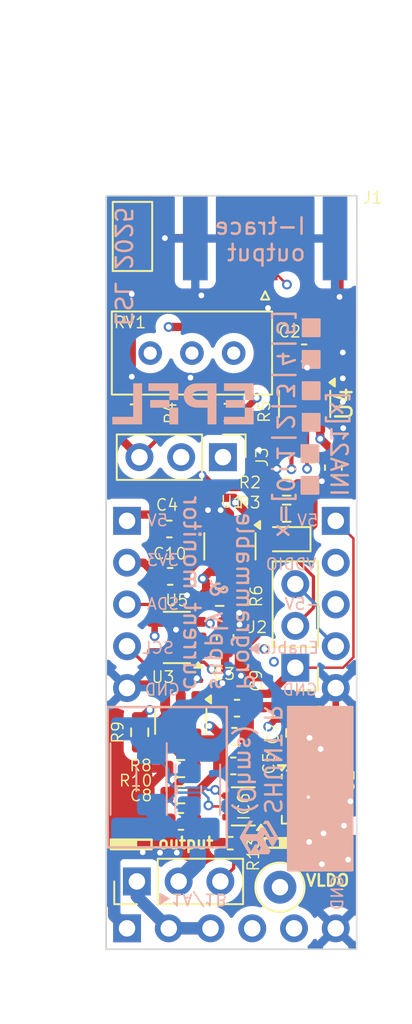
<source format=kicad_pcb>
(kicad_pcb (version 20241229) (generator "pcbnew") (generator_version "9.0")
  (layers (0 "F.Cu" signal) (4 "In1.Cu" signal) (6 "In2.Cu" signal) (2 "B.Cu" signal) (13 "F.Paste" user) (15 "B.Paste" user) (5 "F.SilkS" user "F.Silkscreen") (7 "B.SilkS" user "B.Silkscreen") (1 "F.Mask" user) (3 "B.Mask" user) (25 "Edge.Cuts" user))
  (net 0 "")
  (net 1 "GND")
  (net 2 "3.3V")
  (net 3 "/V_LSL_LDO")
  (net 4 "/5V")
  (net 5 "A3.3V")
  (net 6 "/V_LSL_load")
  (net 7 "/VDDIO")
  (net 8 "/Vout_diff")
  (net 9 "/SCL")
  (net 10 "/-5V")
  (net 11 "/LDO_EN_EXT")
  (net 12 "/SDA")
  (net 13 "/Vout_B")
  (net 14 "Net-(D1-K)")
  (net 15 "Net-(D1-A)")
  (net 16 "/ADC0")
  (net 17 "/V_ldo_feedback")
  (net 18 "/DAC_out")
  (net 19 "Net-(J3-Pin_1)")
  (net 20 "Net-(R5-Pad1)")
  (net 21 "Net-(U2-!RESET)")
  (net 22 "Net-(U3-FB)")
  (net 23 "Net-(U3-EN)")
  (net 29 "Net-(J7-Pin_3)")
  (net 30 "/Shunt-")
  (footprint "Connector_Coaxial:SMA_Amphenol_132289_EdgeMount" (layer "F.Cu") (at 131.725 69.325 90)
    (property "Reference" "J1")
    (property "Value" "Conn_Coaxial" (hide yes))
  )
  (footprint "heep-footprints:chewing-gum-pcb" (layer "F.Cu") (at 122.05 112.52)
    (property "Reference" "CG1" (hide yes))
    (property "Value" "BOARD_CONNECTOR" (hide yes))
    (fp_line (start 0 -27.94) (end 0 0) (stroke (width 0.1)) (layer "Edge.Cuts"))
    (fp_line (start 0 0) (end 15.24 0) (stroke (width 0.1)) (layer "Edge.Cuts"))
    (fp_line (start 15.24 0) (end 15.24 -27.94) (stroke (width 0.1)) (layer "Edge.Cuts"))
  )
  (footprint "Resistor_SMD:R_0603_1608Metric" (layer "F.Cu") (at 123.775 79.93)
    (property "Reference" "R4")
    (property "Value" "48.7k" (hide yes))
  )
  (footprint "Resistor_SMD:R_0603_1608Metric" (layer "F.Cu") (at 133.035 84.43 180)
    (property "Reference" "R2")
    (property "Value" "1k" (hide yes))
  )
  (footprint "Capacitor_SMD:C_0603_1608Metric" (layer "F.Cu") (at 129.785 101.38)
    (property "Reference" "C5")
    (property "Value" "0.1u" (hide yes))
  )
  (footprint "Capacitor_SMD:C_0603_1608Metric" (layer "F.Cu") (at 136.29 99.885 90)
    (property "Reference" "C6")
    (property "Value" "0.1u" (hide yes))
  )
  (footprint "Resistor_SMD:R_0603_1608Metric" (layer "F.Cu") (at 124.09 99.335 90)
    (property "Reference" "R9")
    (property "Value" "10k" (hide yes))
  )
  (footprint "Capacitor_SMD:C_0603_1608Metric" (layer "F.Cu") (at 125.945 89.86)
    (property "Reference" "C10")
    (property "Value" "0.1u" (hide yes))
  )
  (footprint "Package_TO_SOT_SMD:SOT-23-5" (layer "F.Cu") (at 126.59 98.6325 -90)
    (property "Reference" "U3")
    (property "Value" "TLV75801PDBV" (hide yes))
  )
  (footprint "Package_DFN_QFN:Texas_RTE0016D_WQFN-16-1EP_3x3mm_P0.5mm_EP0.8x0.8mm_ThermalVias" (layer "F.Cu") (at 134.35 103.2725)
    (property "Reference" "U2")
    (property "Value" "ADS1219" (hide yes))
  )
  (footprint "Resistor_SMD:R_0603_1608Metric" (layer "F.Cu") (at 133.53 99.375 90)
    (property "Reference" "R7")
    (property "Value" "10k" (hide yes))
  )
  (footprint "Connector_PinHeader_2.54mm:PinHeader_1x03_P2.54mm_Vertical" (layer "F.Cu") (at 133.56 95.41 180)
    (property "Reference" "J2")
    (property "Value" "Conn_01x03")
  )
  (footprint "Capacitor_SMD:C_0603_1608Metric" (layer "F.Cu") (at 129.29 93.565 90)
    (property "Reference" "C3")
    (property "Value" "22u" (hide yes))
  )
  (footprint "Package_TO_SOT_SMD:TSOT-23-6" (layer "F.Cu") (at 134.125 79.375 -90)
    (property "Reference" "U4")
    (property "Value" "MCP4726")
  )
  (footprint "Capacitor_SMD:C_0603_1608Metric" (layer "F.Cu") (at 135.875 83.25 -90)
    (property "Reference" "C1")
    (property "Value" "0.1u" (hide yes))
  )
  (footprint "Capacitor_SMD:C_0603_1608Metric" (layer "F.Cu") (at 134.1 76.275)
    (property "Reference" "C2")
    (property "Value" "0.1u" (hide yes))
  )
  (footprint "Resistor_SMD:R_0603_1608Metric" (layer "F.Cu") (at 128.955 91.13)
    (property "Reference" "R6")
    (property "Value" "46k4" (hide yes))
  )
  (footprint "TestPoint:TestPoint_Keystone_5019_Miniature" (layer "F.Cu") (at 123.65 69.2 90)
    (property "Reference" "TP14" (hide yes))
    (property "Value" "5029")
  )
  (footprint "Package_TO_SOT_SMD:SOT-363_SC-70-6" (layer "F.Cu") (at 130.39 103.84 180)
    (property "Reference" "IC6")
    (property "Value" "INA212AIDCKR" (hide yes))
  )
  (footprint "Resistor_SMD:R_0603_1608Metric" (layer "F.Cu") (at 133.035 86.02)
    (property "Reference" "R3")
    (property "Value" "10k" (hide yes))
  )
  (footprint "Potentiometer_THT:Potentiometer_Bourns_3296W_Vertical" (layer "F.Cu") (at 124.73 76.29 180)
    (property "Reference" "RV1")
    (property "Value" "500K" (hide yes))
  )
  (footprint "Capacitor_SMD:C_0603_1608Metric" (layer "F.Cu") (at 126.6 104.75 180)
    (property "Reference" "C8")
    (property "Value" "0.1u" (hide yes))
  )
  (footprint "LED_SMD:LED_0603_1608Metric" (layer "F.Cu") (at 132.9975 87.6 180)
    (property "Reference" "D1" (hide yes))
    (property "Value" "LED" (hide yes))
  )
  (footprint "Capacitor_SMD:C_0603_1608Metric" (layer "F.Cu") (at 129.85 99.58)
    (property "Reference" "C7")
    (property "Value" "0.1u" (hide yes))
  )
  (footprint "Resistor_SMD:R_0402_1005Metric" (layer "F.Cu") (at 129.6 106.075 180)
    (property "Reference" "R13")
    (property "Value" "1M")
  )
  (footprint "Resistor_SMD:R_0603_1608Metric" (layer "F.Cu") (at 126.57 101.54 180)
    (property "Reference" "R8")
    (property "Value" "20k" (hide yes))
  )
  (footprint "Connector_PinHeader_2.54mm:PinHeader_1x03_P2.54mm_Vertical" (layer "F.Cu") (at 129.155 82.615 -90)
    (property "Reference" "J3")
    (property "Value" "Conn_01x03")
  )
  (footprint "TestPoint:TestPoint_Loop_D1.80mm_Drill1.0mm_Beaded" (layer "F.Cu") (at 132.625 108.75 90)
    (property "Reference" "TP2" (hide yes))
    (property "Value" "~")
  )
  (footprint "Package_TO_SOT_SMD:SOT-23-5" (layer "F.Cu") (at 126.35 93.5725 180)
    (property "Reference" "U5")
    (property "Value" "24AA02E-OT" (hide yes))
  )
  (footprint "Package_TO_SOT_SMD:SOT-23-5" (layer "F.Cu") (at 129.58 88.0375 -90)
    (property "Reference" "U1")
    (property "Value" "TLV75801PDBV" (hide yes))
  )
  (footprint "Connector_PinHeader_2.54mm:PinHeader_1x03_P2.54mm_Vertical" (layer "F.Cu") (at 123.92 108.4 90)
    (property "Reference" "J7" (hide yes))
    (property "Value" "Conn_02x01")
  )
  (footprint "Resistor_SMD:R_0603_1608Metric" (layer "F.Cu") (at 129.485 79.89 180)
    (property "Reference" "R5")
    (property "Value" "36k" (hide yes))
  )
  (footprint "Resistor_SMD:R_0603_1608Metric" (layer "F.Cu") (at 126.575 103.13 180)
    (property "Reference" "R10")
    (property "Value" "100k" (hide yes))
  )
  (footprint "Capacitor_SMD:C_0603_1608Metric" (layer "F.Cu") (at 130.01 97.87)
    (property "Reference" "C9")
    (property "Value" "1u" (hide yes))
  )
  (footprint "Capacitor_SMD:C_0603_1608Metric" (layer "F.Cu") (at 125.895 86.98 180)
    (property "Reference" "C4")
    (property "Value" "10u" (hide yes))
  )
  (footprint "heep-footprints:EPFL_3x1" (layer "B.Cu") (at 126.725 79.375 180)
    (property "Reference" "G***" (hide yes))
    (property "Value" "LOGO" (hide yes))
  )
  (footprint "Resistor_SMD:R_2512_6332Metric_Pad1.40x3.35mm_HandSolder" (layer "B.Cu") (at 124.025 102.175 90)
    (property "Reference" "R14" (hide yes))
    (property "Value" "10")
  )
  (footprint "heep-footprints:ESL_3x3" (layer "B.Cu") (at 131.325 105.7 90)
    (property "Reference" "G***" (hide yes))
    (property "Value" "LOGO" (hide yes))
  )
  (footprint "Resistor_SMD:R_0805_2012Metric_Pad1.20x1.40mm_HandSolder" (layer "B.Cu") (at 127.1 102.825 90)
    (property "Reference" "R1" (hide yes))
    (property "Value" "10")
  )
  (footprint "Resistor_SMD:R_2010_5025Metric_Pad1.40x2.65mm_HandSolder" (layer "B.Cu") (at 127.625 102.825 90)
    (property "Reference" "R11" (hide yes))
    (property "Value" "10")
  )
  (footprint "Resistor_SMD:R_1206_3216Metric_Pad1.30x1.75mm_HandSolder" (layer "B.Cu") (at 124.8 102.175 90)
    (property "Reference" "R12" (hide yes))
    (property "Value" "10")
  )
  (gr_rect (start 122.3375 105.8625) (end 123.8625 106.4375) (stroke (width 0.15)) (fill yes) (layer "F.SilkS"))
  (gr_rect (start 131.6875 105.775) (end 134.1625 106.35) (stroke (width 0.15)) (fill no) (layer "F.SilkS"))
  (gr_rect (start 132.6375 105.775) (end 134.1625 106.35) (stroke (width 0.15)) (fill yes) (layer "F.SilkS"))
  (gr_rect (start 122.3375 105.8625) (end 124.8125 106.4375) (stroke (width 0.15)) (fill no) (layer "F.SilkS"))
  (gr_rect (start 134.025 76.175) (end 135.025 77.175) (stroke (width 0.15)) (fill yes) (layer "B.SilkS"))
  (gr_rect (start 133.125 97.8) (end 137.025 107.725) (stroke (width 0.15)) (fill yes) (layer "B.SilkS"))
  (gr_rect (start 122.14 97.802064) (end 129.39 106.327064) (stroke (width 0.15)) (fill no) (layer "B.SilkS"))
  (gr_rect (start 134.025 80) (end 135.025 81) (stroke (width 0.15)) (fill yes) (layer "B.SilkS"))
  (gr_rect (start 134.025 78.075) (end 135.025 79.075) (stroke (width 0.15)) (fill yes) (layer "B.SilkS"))
  (gr_rect (start 133.95 81.9) (end 134.95 82.9) (stroke (width 0.15)) (fill yes) (layer "B.SilkS"))
  (gr_rect (start 133.95 83.825) (end 134.95 84.825) (stroke (width 0.15)) (fill yes) (layer "B.SilkS"))
  (gr_rect (start 134.025 74.25) (end 135.025 75.25) (stroke (width 0.15)) (fill yes) (layer "B.SilkS"))
  (gr_line (start 137.29 84.58) (end 137.3 66.725) (stroke (width 0.1)) (layer "Edge.Cuts"))
  (gr_line (start 137.3 66.725) (end 122.05 66.725) (stroke (width 0.1)) (layer "Edge.Cuts"))
  (gr_line (start 122.05 84.58) (end 122.05 66.725) (stroke (width 0.1)) (layer "Edge.Cuts"))
  (gr_text "VLDO" (at 134.125 108.75 0) (layer "F.SilkS") (effects (font (size 0.7 0.7)) (justify left bottom)))
  (gr_text "GND" (at 136.528 107.948 90) (layer "B.SilkS") (effects (font (size 0.7 0.7) (thickness 0.1)) (justify left bottom mirror)))
  (gr_text "Programmable \nsupply & \ncurrent monitor" (at 126.675 96.875 270) (layer "B.SilkS") (effects (font (size 1 1)) (justify left bottom mirror)))
  (gr_text "x=[0|1|2|3|4|5]" (at 132.35 87.575 270) (layer "B.SilkS") (effects (font (size 1 1)) (justify left bottom mirror)))
  (gr_text "ESL 2025" (at 122.5 74.75 270) (layer "B.SilkS") (effects (font (size 1 1)) (justify left bottom mirror)))
  (gr_text "I-trace\noutput" (at 134.275 70.775 0) (layer "B.SilkS") (effects (font (size 1 1)) (justify left bottom mirror)))
  (gr_text "SHUNT R\n(Ohms)" (at 129.975 104.4 270) (layer "B.SilkS") (effects (font (size 1 1)) (justify left bottom mirror)))
  (gr_text "INA21[x]" (at 135.625 85.1 270) (layer "B.SilkS") (effects (font (size 1 1)) (justify left bottom mirror)))
  (gr_text_box "output\n" (start 124.125 104.65) (end 130.825 108.9) (margins 1.0025 1.0025 1.0025 1.0025) (layer "F.SilkS") (effects (font (size 0.7 0.7)) (justify left top)) (border no))
  (gr_text_box "1MΩ" (start 133.4 104.65) (end 140.1 108.9) (margins 1.0025 1.0025 1.0025 1.0025) (layer "F.SilkS") (effects (font (size 0.7 0.7)) (justify left top)) (border no))
  (segment (start 132.21 84.43) (end 132.411412 84.43) (width 0.5) (layer "F.Cu") (net 1))
  (segment (start 133.6 102.29) (end 134.1 102.79) (width 0.25) (layer "F.Cu") (net 1))
  (segment (start 136.02 98.84) (end 136.29 99.11) (width 0.4) (layer "F.Cu") (net 1))
  (segment (start 135.2 84.05) (end 135.175 84.075) (width 0.25) (layer "F.Cu") (net 1))
  (segment (start 136.25 74.6) (end 136.25 72.875) (width 0.5) (layer "F.Cu") (net 1))
  (segment (start 133.8 86.02) (end 132.21 84.43) (width 0.5) (layer "F.Cu") (net 1))
  (segment (start 134.125 77.33) (end 134.125 78.2375) (width 0.4) (layer "F.Cu") (net 1))
  (segment (start 128.57 84.43) (end 132.21 84.43) (width 0.5) (layer "F.Cu") (net 1))
  (segment (start 134.1 102.79) (end 134.1 102.84) (width 0.25) (layer "F.Cu") (net 1))
  (segment (start 134.28 77.175) (end 134.125 77.33) (width 0.4) (layer "F.Cu") (net 1))
  (segment (start 124.6 79.93) (end 123.609 78.939) (width 0.5) (layer "F.Cu") (net 1))
  (segment (start 136.02 96.645) (end 136.02 98.84) (width 0.4) (layer "F.Cu") (net 1))
  (segment (start 122.534 106.964) (end 124.748 104.75) (width 0.75) (layer "F.Cu") (net 1))
  (segment (start 123.609 72.7) (end 123.609 69.3) (width 0.5) (layer "F.Cu") (net 1))
  (segment (start 129.014315 85.831958) (end 129.014315 85.834573) (width 0.5) (layer "F.Cu") (net 1))
  (segment (start 128.66 79.26) (end 127.18 77.78) (width 0.5) (layer "F.Cu") (net 1))
  (segment (start 128.247612 85.8365) (end 127.8135 85.8365) (width 0.5) (layer "F.Cu") (net 1))
  (segment (start 123.609 77.78) (end 123.609 77.725) (width 0.5) (layer "F.Cu") (net 1))
  (segment (start 128.245685 85.831958) (end 129.014315 85.831958) (width 0.5) (layer "F.Cu") (net 1))
  (segment (start 132.93 106.08) (end 131.34 104.49) (width 0.4) (layer "F.Cu") (net 1))
  (segment (start 123.609 77.725) (end 123.609 72.7) (width 0.5) (layer "F.Cu") (net 1))
  (segment (start 134.916 97.749) (end 136.02 96.645) (width 0.5) (layer "F.Cu") (net 1))
  (segment (start 134.1 103.5225) (end 134.1 104.71) (width 0.25) (layer "F.Cu") (net 1))
  (segment (start 130.165 92.79) (end 129.29 92.79) (width 0.5) (layer "F.Cu") (net 1))
  (segment (start 127.45 69.3) (end 127.475 69.325) (width 0.5) (layer "F.Cu") (net 1))
  (segment (start 132.9125 103.5225) (end 134.1 103.5225) (width 0.25) (layer "F.Cu") (net 1))
  (segment (start 129.29 92.27995) (end 129.29 92.79) (width 0.5) (layer "F.Cu") (net 1))
  (segment (start 134.1 102.84) (end 134.1 103.0225) (width 0.25) (layer "F.Cu") (net 1))
  (segment (start 127.475 72.415) (end 127.475 69.325) (width 0.4) (layer "F.Cu") (net 1))
  (segment (start 131.9 73.55) (end 128.61 73.55) (width 0.4) (layer "F.Cu") (net 1))
  (segment (start 122.534 110.464) (end 122.534 106.964) (width 0.75) (layer "F.Cu") (net 1))
  (segment (start 130.13 92.055) (end 129.51495 92.055) (width 0.5) (layer "F.Cu") (net 1))
  (segment (start 126.59 96.501112) (end 126.59 97.495) (width 0.5) (layer "F.Cu") (net 1))
  (segment (start 134.1 101.835) (end 134.1 102.84) (width 0.25) (layer "F.Cu") (net 1))
  (segment (start 136.25 74.6) (end 135.2 73.55) (width 0.4) (layer "F.Cu") (net 1))
  (segment (start 129.014315 85.831958) (end 129.356958 85.831958) (width 0.5) (layer "F.Cu") (net 1))
  (segment (start 131.549516 103.84) (end 131.34 103.84) (width 0.25) (layer "F.Cu") (net 1))
  (segment (start 124.748 104.75) (end 125.825 104.75) (width 0.75) (layer "F.Cu") (net 1))
  (segment (start 134.875 76.275) (end 134.875 75.975) (width 0.4) (layer "F.Cu") (net 1))
  (segment (start 123.609 69.3) (end 125.625 69.3) (width 0.5) (layer "F.Cu") (net 1))
  (segment (start 123.609 78.939) (end 123.609 77.78) (width 0.5) (layer "F.Cu") (net 1))
  (segment (start 134.28 76.49) (end 134.495 76.275) (width 0.4) (layer "F.Cu") (net 1))
  (segment (start 134.4 106) (end 134.32 106.08) (width 0.4) (layer "F.Cu") (net 1))
  (segment (start 125.745 101.54) (end 124.748 102.537) (width 0.5) (layer "F.Cu") (net 1))
  (segment (start 130.15 92.075) (end 130.13 92.055) (width 0.5) (layer "F.Cu") (net 1))
  (segment (start 127.4875 93.5725) (end 126.7725 93.5725) (width 0.5) (layer "F.Cu") (net 1))
  (segment (start 135.975 71.615) (end 135.975 69.325) (width 0.5) (layer "F.Cu") (net 1))
  (segment (start 127.18 77.78) (end 130.972 77.78) (width 0.5) (layer "F.Cu") (net 1))
  (segment (start 125.12 88.26) (end 126.72 89.86) (width 0.5) (layer "F.Cu") (net 1))
  (segment (start 126.7725 93.5725) (end 126.3 93.1) (width 0.5) (layer "F.Cu") (net 1))
  (segment (start 134.875 75.975) (end 136.25 74.6) (width 0.4) (layer "F.Cu") (net 1))
  (segment (start 132.9125 103.0225) (end 134.1 103.0225) (width 0.25) (layer "F.Cu") (net 1))
  (segment (start 127.8425 72.7825) (end 127.475 72.415) (width 0.4) (layer "F.Cu") (net 1))
  (segment (start 127.041112 96.05) (end 126.59 96.501112) (width 0.4) (layer "F.Cu") (net 1))
  (segment (start 125.625 69.3) (end 127.45 69.3) (width 0.5) (layer "F.Cu") (net 1))
  (segment (start 133.6 101.835) (end 133.6 102.29) (width 0.25) (layer "F.Cu") (net 1))
  (segment (start 135.2 73.55) (end 131.9 73.55) (width 0.4) (layer "F.Cu") (net 1))
  (segment (start 130.785 97.87) (end 130.906 97.749) (width 0.5) (layer "F.Cu") (net 1))
  (segment (start 136.25 71.89) (end 135.975 71.615) (width 0.5) (layer "F.Cu") (net 1))
  (segment (start 134.1 103.0225) (end 134.35 103.2725) (width 0.25) (layer "F.Cu") (net 1))
  (segment (start 123.609 77.78) (end 127.18 77.78) (width 0.5) (layer "F.Cu") (net 1))
  (segment (start 127.521 86.129) (end 127.521 89.059) (width 0.5) (layer "F.Cu") (net 1))
  (segment (start 127.866 83.726) (end 128.57 84.43) (width 0.5) (layer "F.Cu") (net 1))
  (segment (start 135.85 84.05) (end 135.2 84.05) (width 0.25) (layer "F.Cu") (net 1))
  (segment (start 128.965 105.95) (end 127.05 105.95) (width 0.25) (layer "F.Cu") (net 1))
  (segment (start 135.875 84.025) (end 135.85 84.05) (width 0.25) (layer "F.Cu") (net 1))
  (segment (start 128.61 73.55) (end 127.8425 72.7825) (width 0.4) (layer "F.Cu") (net 1))
  (segment (start 124.748 102.537) (end 124.748 104.75) (width 0.5) (layer "F.Cu") (net 1))
  (segment (start 131.34 103.84) (end 131.34 104.49) (width 0.4) (layer "F.Cu") (net 1))
  (segment (start 136.25 72.875) (end 136.25 71.89) (width 0.5) (layer "F.Cu") (net 1))
  (segment (start 130.785 99.42) (end 130.625 99.58) (width 0.5) (layer "F.Cu") (net 1))
  (segment (start 134.495 76.275) (end 134.875 76.275) (width 0.4) (layer "F.Cu") (net 1))
  (segment (start 130.625 99.58) (end 130.625 101.315) (width 0.5) (layer "F.Cu") (net 1))
  (segment (start 129.356958 85.831958) (end 129.58 86.055) (width 0.5) (layer "F.Cu") (net 1))
  (segment (start 127.8135 85.8365) (end 127.521 86.129) (width 0.5) (layer "F.Cu") (net 1))
  (segment (start 133.86 86.02) (end 133.8 86.02) (width 0.5) (layer "F.Cu") (net 1))
  (segment (start 125.12 86.98) (end 125.12 88.26) (width 0.5) (layer "F.Cu") (net 1))
  (segment (start 130.906 97.749) (end 134.916 97.749) (width 0.5) (layer "F.Cu") (net 1))
  (segment (start 126.520388 96.4315) (end 126.59 96.501112) (width 0.5) (layer "F.Cu") (net 1))
  (segment (start 134.1 103.5225) (end 134.35 103.2725) (width 0.25) (layer "F.Cu") (net 1))
  (segment (start 129.09 106.075) (end 128.965 105.95) (width 0.25) (layer "F.Cu") (net 1))
  (segment (start 127.05 105.95) (end 126.35 106.65) (width 0.25) (layer "F.Cu") (net 1))
  (segment (start 123.32 96.645) (end 123.5335 96.4315) (width 0.5) (layer "F.Cu") (net 1))
  (segment (start 129.014315 85.834573) (end 129.012388 85.8365) (width 0.5) (layer "F.Cu") (net 1))
  (segment (start 127.57 96.05) (end 127.041112 96.05) (width 0.4) (layer "F.Cu") (net 1))
  (segment (start 134.28 77.175) (end 134.28 76.49) (width 0.4) (layer "F.Cu") (net 1))
  (segment (start 123.32 111.25) (end 122.534 110.464) (width 0.75) (layer "F.Cu") (net 1))
  (segment (start 127.521 89.059) (end 126.72 89.86) (width 0.5) (layer "F.Cu") (net 1))
  (segment (start 129.51495 92.055) (end 129.29 92.27995) (width 0.5) (layer "F.Cu") (net 1))
  (segment (start 126.72 89.86) (end 126.72 90.76) (width 0.5) (layer "F.Cu") (net 1))
  (segment (start 134.32 106.08) (end 132.93 106.08) (width 0.4) (layer "F.Cu") (net 1))
  (segment (start 129.58 86.055) (end 129.58 86.9) (width 0.5) (layer "F.Cu") (net 1))
  (segment (start 123.5335 96.4315) (end 126.520388 96.4315) (width 0.5) (layer "F.Cu") (net 1))
  (segment (start 130.785 97.87) (end 130.785 99.42) (width 0.5) (layer "F.Cu") (net 1))
  (segment (start 130.625 101.315) (end 130.56 101.38) (width 0.5) (layer "F.Cu") (net 1))
  (segment (start 136.125 111.145) (end 136.02 111.25) (width 0.5) (layer "F.Cu") (net 1))
  (segment (start 126.72 90.76) (end 126.97 91.01) (width 0.5) (layer "F.Cu") (net 1))
  (segment (start 128.66 79.89) (end 128.66 79.26) (width 0.5) (layer "F.Cu") (net 1))
  (segment (start 131.38 104.49) (end 131.34 104.49) (width 0.4) (layer "F.Cu") (net 1))
  (via (at 135.175 107.35) (size 0.6) (drill 0.35) (layers "F.Cu" "B.Cu") (net 1))
  (via (at 127.866 83.726) (size 0.6) (drill 0.35) (layers "F.Cu" "B.Cu") (net 1))
  (via (at 124.275 106.625) (size 0.6) (drill 0.35) (layers "F.Cu" "B.Cu") (net 1))
  (via (at 127.57 96.05) (size 0.6) (drill 0.35) (layers "F.Cu" "B.Cu") (net 1))
  (via (at 127.8425 72.7825) (size 0.6) (drill 0.35) (layers "F.Cu" "B.Cu") (net 1))
  (via (at 128.245685 85.831958) (size 0.6) (drill 0.35) (layers "F.Cu" "B.Cu") (net 1))
  (via (at 131.9 73.55) (size 0.6) (drill 0.35) (layers "F.Cu" "B.Cu") (net 1))
  (via (at 125.325 106.65) (size 0.6) (drill 0.35) (layers "F.Cu" "B.Cu") (net 1))
  (via (at 123.609 77.725) (size 0.6) (drill 0.35) (layers "F.Cu" "B.Cu") (net 1))
  (via (at 126.3 93.1) (size 0.6) (drill 0.35) (layers "F.Cu" "B.Cu") (net 1))
  (via (at 136.25 72.875) (size 0.6) (drill 0.35) (layers "F.Cu" "B.Cu") (net 1))
  (via (at 136.91 103.53) (size 0.6) (drill 0.35) (layers "F.Cu" "B.Cu") (net 1))
  (via (at 125.625 69.3) (size 0.6) (drill 0.35) (layers "F.Cu" "B.Cu") (net 1))
  (via (at 134.28 77.175) (size 0.6) (drill 0.35) (layers "F.Cu" "B.Cu") (net 1))
  (via (at 136.775 107.075) (size 0.6) (drill 0.35) (layers "F.Cu" "B.Cu") (net 1))
  (via (at 134.4 106) (size 0.6) (drill 0.35) (layers "F.Cu" "B.Cu") (net 1))
  (via (at 123.609 72.7) (size 0.6) (drill 0.35) (layers "F.Cu" "B.Cu") (net 1))
  (via (at 136.45 76.25) (size 0.6) (drill 0.35) (layers "F.Cu" "B.Cu") (net 1))
  (via (at 136.475 80.85) (size 0.6) (drill 0.35) (layers "F.Cu" "B.Cu") (net 1))
  (via (at 136.45 79.25) (size 0.6) (drill 0.35) (layers "F.Cu" "B.Cu") (net 1))
  (via (at 135.175 84.075) (size 0.6) (drill 0.35) (layers "F.Cu" "B.Cu") (net 1))
  (via (at 130.165 92.79) (size 0.6) (drill 0.35) (layers "F.Cu" "B.Cu") (net 1))
  (via (at 130.15 92.075) (size 0.6) (drill 0.35) (layers "F.Cu" "B.Cu") (net 1))
  (via (at 132.425 83.325) (size 0.6) (drill 0.35) (layers "F.Cu" "B.Cu") (net 1))
  (via (at 126.97 91.01) (size 0.6) (drill 0.35) (layers "F.Cu" "B.Cu") (net 1))
  (via (at 127.18 77.78) (size 0.6) (drill 0.35) (layers "F.Cu" "B.Cu") (net 1))
  (via (at 131.35 82.175) (size 0.6) (drill 0.35) (layers "F.Cu" "B.Cu") (net 1))
  (via (at 136.45 77.825) (size 0.6) (drill 0.35) (layers "F.Cu" "B.Cu") (net 1))
  (via (at 126.35 106.65) (size 0.6) (drill 0.35) (layers "F.Cu" "B.Cu") (net 1))
  (via (at 129.014315 85.831958) (size 0.6) (drill 0.35) (layers "F.Cu" "B.Cu") (net 1))
  (segment (start 133.143 97.495) (end 135.17 97.495) (width 0.5) (layer "B.Cu") (net 1))
  (segment (start 122.544 110.474) (end 122.544 107.024) (width 0.75) (layer "B.Cu") (net 1))
  (segment (start 122.544 107.024) (end 122.943 106.625) (width 0.75) (layer "B.Cu") (net 1))
  (segment (start 127.57 94.525) (end 127.57 96.05) (width 0.5) (layer "B.Cu") (net 1))
  (segment (start 130.165 92.79) (end 129.305 92.79) (width 0.5) (layer "B.Cu") (net 1))
  (segment (start 126.325 106.625) (end 126.35 106.65) (width 0.75) (layer "B.Cu") (net 1))
  (segment (start 124.275 106.625) (end 126.325 106.625) (width 0.75) (layer "B.Cu") (net 1))
  (segment (start 129.305 92.79) (end 127.57 94.525) (width 0.5) (layer "B.Cu") (net 1))
  (segment (start 130.165 94.517) (end 133.143 97.495) (width 0.5) (layer "B.Cu") (net 1))
  (segment (start 126.975 96.645) (end 123.32 96.645) (width 0.4) (layer "B.Cu") (net 1))
  (segment (start 127.57 96.05) (end 126.975 96.645) (width 0.4) (layer "B.Cu") (net 1))
  (segment (start 130.165 92.79) (end 130.165 94.517) (width 0.5) (layer "B.Cu") (net 1))
  (segment (start 122.943 106.625) (end 124.275 106.625) (width 0.75) (layer "B.Cu") (net 1))
  (segment (start 135.17 97.495) (end 136.02 96.645) (width 0.5) (layer "B.Cu") (net 1))
  (segment (start 123.32 111.25) (end 122.544 110.474) (width 0.75) (layer "B.Cu") (net 1))
  (segment (start 125 93.49) (end 125 92.835) (width 0.4) (layer "F.Cu") (net 2))
  (segment (start 133.33 76.39) (end 133.325 76.385) (width 0.5) (layer "F.Cu") (net 2))
  (segment (start 133.325 76.385) (end 133.325 76.275) (width 0.5) (layer "F.Cu") (net 2))
  (segment (start 133.53 98.55) (end 132.35 98.55) (width 0.4) (layer "F.Cu") (net 2))
  (segment (start 125.851 74.7) (end 131.64 74.7) (width 0.5) (layer "F.Cu") (net 2))
  (segment (start 124.625 97.975) (end 124.09 98.51) (width 0.4) (layer "F.Cu") (net 2))
  (segment (start 135.7875 103.0225) (end 136.205444 103.0225) (width 0.25) (layer "F.Cu") (net 2))
  (segment (start 131.64 74.7) (end 133.215 76.275) (width 0.5) (layer "F.Cu") (net 2))
  (segment (start 125 92.835) (end 125.2125 92.6225) (width 0.4) (layer "F.Cu") (net 2))
  (segment (start 123.32 89.025) (end 124.335 89.025) (width 0.5) (layer "F.Cu") (net 2))
  (segment (start 124.7 97.975) (end 124.625 97.975) (width 0.4) (layer "F.Cu") (net 2))
  (segment (start 133.33 78.29) (end 133.33 76.39) (width 0.5) (layer "F.Cu") (net 2))
  (segment (start 136.29 100.619346) (end 136.29 100.66) (width 0.4) (layer "F.Cu") (net 2))
  (segment (start 136.501 100.871) (end 136.29 100.66) (width 0.25) (layer "F.Cu") (net 2))
  (segment (start 132.35 98.55) (end 131.91 98.99) (width 0.4) (layer "F.Cu") (net 2))
  (segment (start 136.205444 103.0225) (end 136.501 102.726944) (width 0.25) (layer "F.Cu") (net 2))
  (segment (start 136.501 102.726944) (end 136.501 100.871) (width 0.25) (layer "F.Cu") (net 2))
  (segment (start 133.215 76.275) (end 133.325 76.275) (width 0.5) (layer "F.Cu") (net 2))
  (segment (start 133.3 78.29) (end 133.33 78.29) (width 0.5) (layer "F.Cu") (net 2))
  (segment (start 133.53 98.55) (end 134.220654 98.55) (width 0.4) (layer "F.Cu") (net 2))
  (segment (start 124.335 89.025) (end 125.17 89.86) (width 0.5) (layer "F.Cu") (net 2))
  (segment (start 134.220654 98.55) (end 136.29 100.619346) (width 0.4) (layer "F.Cu") (net 2))
  (via (at 125 93.49) (size 0.6) (drill 0.35) (layers "F.Cu" "B.Cu") (net 2))
  (via (at 131.91 98.99) (size 0.6) (drill 0.35) (layers "F.Cu" "B.Cu") (net 2))
  (via (at 125.851 74.7) (size 0.6) (drill 0.35) (layers "F.Cu" "B.Cu") (net 2))
  (via (at 124.7 97.975) (size 0.6) (drill 0.35) (layers "F.Cu" "B.Cu") (net 2))
  (segment (start 130.53 89.175) (end 131.1 89.745) (width 0.5) (layer "F.Cu") (net 3))
  (segment (start 131.116 89.816) (end 131.116 91.2) (width 1) (layer "F.Cu") (net 3))
  (segment (start 130.25 94.212587) (end 131.116 93.346587) (width 0.75) (layer "F.Cu") (net 3))
  (segment (start 130.25 95.9) (end 130.25 94.212587) (width 0.75) (layer "F.Cu") (net 3))
  (segment (start 135.1 104.71) (end 135.1 105.3) (width 0.2) (layer "F.Cu") (net 3))
  (segment (start 131.1 89.745) (end 131.1 89.8) (width 1) (layer "F.Cu") (net 3))
  (segment (start 129.485 95.715) (end 129.66 95.89) (width 0.5) (layer "F.Cu") (net 3))
  (segment (start 129.44 103.19) (end 129.04 103.19) (width 0.15) (layer "F.Cu") (net 3))
  (segment (start 129.29 95.52) (end 129.29 94.34) (width 0.5) (layer "F.Cu") (net 3))
  (segment (start 131.046 91.13) (end 131.116 91.2) (width 0.2) (layer "F.Cu") (net 3))
  (segment (start 130.24 95.89) (end 130.25 95.9) (width 0.5) (layer "F.Cu") (net 3))
  (segment (start 131.1 89.8) (end 131.116 89.816) (width 1) (layer "F.Cu") (net 3))
  (segment (start 129.66 95.89) (end 130.24 95.89) (width 0.5) (layer "F.Cu") (net 3))
  (segment (start 135.1 105.3) (end 135.275 105.475) (width 0.2) (layer "F.Cu") (net 3))
  (segment (start 129.485 95.715) (end 129.29 95.52) (width 0.5) (layer "F.Cu") (net 3))
  (segment (start 131.116 93.346587) (end 131.116 91.2) (width 0.75) (layer "F.Cu") (net 3))
  (segment (start 129.78 91.13) (end 131.046 91.13) (width 0.2) (layer "F.Cu") (net 3))
  (segment (start 129.04 103.19) (end 128.684975 102.834975) (width 0.15) (layer "F.Cu") (net 3))
  (via (at 130.25 95.9) (size 0.6) (drill 0.35) (layers "F.Cu" "B.Cu") (net 3))
  (via (at 128.684975 102.834975) (size 0.6) (drill 0.35) (layers "F.Cu" "B.Cu") (net 3))
  (via (at 129.125 96.35) (size 0.6) (drill 0.35) (layers "F.Cu" "B.Cu") (net 3))
  (via (at 129.485 95.715) (size 0.6) (drill 0.35) (layers "F.Cu" "B.Cu") (net 3))
  (via (at 135.275 105.475) (size 0.6) (drill 0.35) (layers "F.Cu" "B.Cu") (net 3))
  (segment (start 124.9 100.65) (end 124.825 100.65) (width 0.15) (layer "B.Cu") (net 3))
  (segment (start 125.85 102.1) (end 126.05 101.9) (width 0.15) (layer "B.Cu") (net 3))
  (segment (start 128.684975 102.834975) (end 128.6 102.75) (width 0.2) (layer "B.Cu") (net 3))
  (segment (start 124.825 100.65) (end 124.8 100.625) (width 0.15) (layer "B.Cu") (net 3))
  (segment (start 125.85 102.35) (end 125.85 101.6) (width 0.15) (layer "B.Cu") (net 3))
  (segment (start 124.025 99.775) (end 124.8 100.55) (width 1) (layer "B.Cu") (net 3))
  (segment (start 124.925 100.425) (end 124.8 100.55) (width 0.4) (layer "B.Cu") (net 3))
  (segment (start 126.05 101.9) (end 127.05 101.9) (width 0.15) (layer "B.Cu") (net 3))
  (segment (start 125.85 101.6) (end 124.9 100.65) (width 0.15) (layer "B.Cu") (net 3))
  (segment (start 124.8 100.55) (end 124.8 100.625) (width 0.4) (layer "B.Cu") (net 3))
  (segment (start 124.025 99.125) (end 126.325 99.125) (width 1) (layer "B.Cu") (net 3))
  (segment (start 127.625 100.425) (end 124.925 100.425) (width 0.4) (layer "B.Cu") (net 3))
  (segment (start 124.025 99.125) (end 124.025 99.775) (width 1) (layer "B.Cu") (net 3))
  (segment (start 125.85 102.35) (end 125.85 102.1) (width 0.15) (layer "B.Cu") (net 3))
  (segment (start 127.05 101.9) (end 127.1 101.85) (width 0.15) (layer "B.Cu") (net 3))
  (segment (start 127.1 100.95) (end 127.1 101.825) (width 1) (layer "B.Cu") (net 3))
  (segment (start 128.074678 102.699) (end 126.199 102.699) (width 0.15) (layer "B.Cu") (net 3))
  (segment (start 126.199 102.699) (end 125.85 102.35) (width 0.15) (layer "B.Cu") (net 3))
  (segment (start 126.325 99.125) (end 127.625 100.425) (width 1) (layer "B.Cu") (net 3))
  (segment (start 128.210653 102.834975) (end 128.074678 102.699) (width 0.15) (layer "B.Cu") (net 3))
  (segment (start 127.1 101.85) (end 127.1 101.825) (width 0.15) (layer "B.Cu") (net 3))
  (segment (start 128.684975 102.834975) (end 128.210653 102.834975) (width 0.15) (layer "B.Cu") (net 3))
  (segment (start 127.625 100.425) (end 127.1 100.95) (width 1) (layer "B.Cu") (net 3))
  (segment (start 136.465 95.41) (end 137.096 94.779) (width 0.15) (layer "F.Cu") (net 4))
  (segment (start 135.77 86.235) (end 136.02 86.485) (width 0.75) (layer "F.Cu") (net 4))
  (segment (start 130.53 85.961399) (end 130.53 86.9) (width 0.5) (layer "F.Cu") (net 4))
  (segment (start 123.701 86.104) (end 125.794 86.104) (width 0.5) (layer "F.Cu") (net 4))
  (segment (start 125.794 86.104) (end 126.67 86.98) (width 0.5) (layer "F.Cu") (net 4))
  (segment (start 133.56 95.41) (end 136.465 95.41) (width 0.15) (layer "F.Cu") (net 4))
  (segment (start 129.944703 85.376102) (end 130.53 85.961399) (width 0.5) (layer "F.Cu") (net 4))
  (segment (start 128.86 97.495) (end 129.235 97.87) (width 0.5) (layer "F.Cu") (net 4))
  (segment (start 131.976 96.994) (end 133.56 95.41) (width 0.5) (layer "F.Cu") (net 4))
  (segment (start 129.891052 85.376102) (end 129.944703 85.376102) (width 0.5) (layer "F.Cu") (net 4))
  (segment (start 129.828364 85.081) (end 126.817 85.081) (width 0.5) (layer "F.Cu") (net 4))
  (segment (start 137.096 87.561) (end 136.02 86.485) (width 0.15) (layer "F.Cu") (net 4))
  (segment (start 137.096 94.779) (end 137.096 87.561) (width 0.15) (layer "F.Cu") (net 4))
  (segment (start 123.32 86.485) (end 123.701 86.104) (width 0.5) (layer "F.Cu") (net 4))
  (segment (start 126.817 85.081) (end 125.794 86.104) (width 0.5) (layer "F.Cu") (net 4))
  (segment (start 129.891052 85.143688) (end 129.828364 85.081) (width 0.5) (layer "F.Cu") (net 4))
  (segment (start 129.235 97.87) (end 130.111 96.994) (width 0.5) (layer "F.Cu") (net 4))
  (segment (start 127.54 97.495) (end 128.86 97.495) (width 0.5) (layer "F.Cu") (net 4))
  (segment (start 130.111 96.994) (end 131.976 96.994) (width 0.5) (layer "F.Cu") (net 4))
  (segment (start 129.891052 85.376102) (end 129.891052 85.143688) (width 0.5) (layer "F.Cu") (net 4))
  (via (at 129.891052 85.376102) (size 0.6) (drill 0.35) (layers "F.Cu" "B.Cu") (net 4))
  (segment (start 127.4 103.13) (end 127.4 104.725) (width 0.5) (layer "F.Cu") (net 5))
  (segment (start 134.323999 105.4235) (end 133.348884 105.4235) (width 0.25) (layer "F.Cu") (net 5))
  (segment (start 134.6 105.147499) (end 134.323999 105.4235) (width 0.25) (layer "F.Cu") (net 5))
  (segment (start 134.6 104.71) (end 134.6 105.147499) (width 0.25) (layer "F.Cu") (net 5))
  (segment (start 130.82 103.19) (end 129.01 101.38) (width 0.4) (layer "F.Cu") (net 5))
  (segment (start 129.01 101.38) (end 129.03 101.38) (width 0.5) (layer "F.Cu") (net 5))
  (segment (start 135.075 81.5) (end 135.075 80.5125) (width 0.5) (layer "F.Cu") (net 5))
  (segment (start 135.7875 103.5225) (end 135.369556 103.5225) (width 0.25) (layer "F.Cu") (net 5))
  (segment (start 133.348884 105.4235) (end 131.950516 104.025132) (width 0.25) (layer "F.Cu") (net 5))
  (segment (start 128.325 98.95) (end 128.445 98.95) (width 0.5) (layer "F.Cu") (net 5))
  (segment (start 129.01 101.38) (end 129.01 101.52) (width 0.5) (layer "F.Cu") (net 5))
  (segment (start 129.075 101.315) (end 129.01 101.38) (width 0.5) (layer "F.Cu") (net 5))
  (segment (start 128.24 99.77) (end 128.885 99.77) (width 0.5) (layer "F.Cu") (net 5))
  (segment (start 129.075 99.58) (end 129.075 101.315) (width 0.5) (layer "F.Cu") (net 5))
  (segment (start 135.1 81.5) (end 135.875 82.275) (width 0.5) (layer "F.Cu") (net 5))
  (segment (start 131.950516 103.475517) (end 131.664999 103.19) (width 0.25) (layer "F.Cu") (net 5))
  (segment (start 127.54 99.77) (end 128.24 99.77) (width 0.5) (layer "F.Cu") (net 5))
  (segment (start 135.075 81.5) (end 135.1 81.5) (width 0.5) (layer "F.Cu") (net 5))
  (segment (start 129.01 101.52) (end 127.4 103.13) (width 0.5) (layer "F.Cu") (net 5))
  (segment (start 131.34 103.19) (end 130.82 103.19) (width 0.4) (layer "F.Cu") (net 5))
  (segment (start 135.875 82.275) (end 135.875 82.475) (width 0.5) (layer "F.Cu") (net 5))
  (segment (start 131.664999 103.19) (end 131.34 103.19) (width 0.25) (layer "F.Cu") (net 5))
  (segment (start 131.950516 104.025132) (end 131.950516 103.475517) (width 0.25) (layer "F.Cu") (net 5))
  (segment (start 135.369556 103.5225) (end 134.6 104.292056) (width 0.25) (layer "F.Cu") (net 5))
  (segment (start 134.6 104.292056) (end 134.6 104.71) (width 0.25) (layer "F.Cu") (net 5))
  (segment (start 128.445 98.95) (end 129.075 99.58) (width 0.5) (layer "F.Cu") (net 5))
  (segment (start 128.885 99.77) (end 129.075 99.58) (width 0.5) (layer "F.Cu") (net 5))
  (via (at 128.325 98.95) (size 0.6) (drill 0.35) (layers "F.Cu" "B.Cu") (net 5))
  (via (at 135.075 81.5) (size 0.6) (drill 0.35) (layers "F.Cu" "B.Cu") (net 5))
  (segment (start 123.91 109.3) (end 125.86 111.25) (width 0.75) (layer "F.Cu") (net 6))
  (segment (start 123.91 108.34) (end 123.91 109.3) (width 0.75) (layer "F.Cu") (net 6))
  (segment (start 125.86 111.25) (end 128.4 111.25) (width 0.75) (layer "F.Cu") (net 6))
  (segment (start 123.92 109.31) (end 125.86 111.25) (width 0.75) (layer "F.Cu") (net 6))
  (segment (start 123.92 108.4) (end 123.92 109.31) (width 0.75) (layer "F.Cu") (net 6))
  (segment (start 123.92 109.31) (end 125.86 111.25) (width 0.75) (layer "B.Cu") (net 6))
  (segment (start 123.92 108.4) (end 123.92 109.31) (width 0.75) (layer "B.Cu") (net 6))
  (segment (start 128.4 111.25) (end 125.86 111.25) (width 0.75) (layer "B.Cu") (net 6))
  (segment (start 128.01145 95.0735) (end 124.2885 95.0735) (width 0.2) (layer "F.Cu") (net 9))
  (segment (start 128.43795 95.5) (end 128.01145 95.0735) (width 0.2) (layer "F.Cu") (net 9))
  (segment (start 123.32 94.52) (end 123.32 94.105) (width 0.5) (layer "F.Cu") (net 9))
  (segment (start 127.4875 94.5225) (end 127.4875 95.0735) (width 0.2) (layer "F.Cu") (net 9))
  (segment (start 134.28 83.321139) (end 134.28 80.6675) (width 0.25) (layer "F.Cu") (net 9))
  (segment (start 134.278861 83.321139) (end 134.28 83.321139) (width 0.25) (layer "F.Cu") (net 9))
  (segment (start 134.6 100.91) (end 134.6 101.835) (width 0.25) (layer "F.Cu") (net 9))
  (segment (start 134.425707 100.735707) (end 134.6 100.91) (width 0.25) (layer "F.Cu") (net 9))
  (segment (start 128.475 95.5) (end 128.43795 95.5) (width 0.2) (layer "F.Cu") (net 9))
  (segment (start 127.4875 95.0735) (end 128.01145 95.0735) (width 0.2) (layer "F.Cu") (net 9))
  (segment (start 134.275 83.325) (end 134.278861 83.321139) (width 0.25) (layer "F.Cu") (net 9))
  (segment (start 134.28 80.6675) (end 134.125 80.5125) (width 0.25) (layer "F.Cu") (net 9))
  (segment (start 134.425707 99.674293) (end 134.425707 100.735707) (width 0.25) (layer "F.Cu") (net 9))
  (segment (start 124.2885 95.0735) (end 123.32 94.105) (width 0.2) (layer "F.Cu") (net 9))
  (via (at 132.259998 95.05) (size 0.6) (drill 0.35) (layers "F.Cu" "B.Cu") (net 9))
  (via (at 134.275 83.325) (size 0.6) (drill 0.35) (layers "F.Cu" "B.Cu") (net 9))
  (via (at 128.475 95.5) (size 0.6) (drill 0.35) (layers "F.Cu" "B.Cu") (net 9))
  (via (at 134.425707 99.674293) (size 0.6) (drill 0.35) (layers "F.Cu" "B.Cu") (net 9))
  (segment (start 133.56 90.874182) (end 133.56 90.33) (width 0.5) (layer "F.Cu") (net 11))
  (segment (start 134.919 91.689) (end 133.56 90.33) (width 0.2) (layer "B.Cu") (net 11))
  (segment (start 134.919 93.004) (end 134.919 91.689) (width 0.2) (layer "B.Cu") (net 11))
  (segment (start 136.02 94.105) (end 134.919 93.004) (width 0.2) (layer "B.Cu") (net 11))
  (segment (start 123.32 91.565) (end 126.43 91.565) (width 0.2) (layer "F.Cu") (net 12))
  (segment (start 128.365 92.715025) (end 128.272475 92.6225) (width 0.2) (layer "F.Cu") (net 12))
  (segment (start 133.325 83.35) (end 133.325 82.684238) (width 0.25) (layer "F.Cu") (net 12))
  (segment (start 133.33 82.679238) (end 133.33 80.6675) (width 0.25) (layer "F.Cu") (net 12))
  (segment (start 126.43 91.565) (end 127.4875 92.6225) (width 0.2) (layer "F.Cu") (net 12))
  (segment (start 133.325 82.684238) (end 133.33 82.679238) (width 0.25) (layer "F.Cu") (net 12))
  (segment (start 128.272475 92.6225) (end 127.4875 92.6225) (width 0.2) (layer "F.Cu") (net 12))
  (segment (start 135.1 101.835) (end 135.1 100.35) (width 0.25) (layer "F.Cu") (net 12))
  (segment (start 133.33 80.6675) (end 133.175 80.5125) (width 0.25) (layer "F.Cu") (net 12))
  (via (at 133.325 83.35) (size 0.6) (drill 0.35) (layers "F.Cu" "B.Cu") (net 12))
  (via (at 131.675 94.275) (size 0.6) (drill 0.35) (layers "F.Cu" "B.Cu") (net 12))
  (via (at 128.365 92.715025) (size 0.6) (drill 0.35) (layers "F.Cu" "B.Cu") (net 12))
  (via (at 135.1 100.35) (size 0.6) (drill 0.35) (layers "F.Cu" "B.Cu") (net 12))
  (segment (start 134.661 86.724) (end 133.785 87.6) (width 0.5) (layer "F.Cu") (net 14))
  (segment (start 133.86 84.43) (end 134.661 85.231) (width 0.5) (layer "F.Cu") (net 14))
  (segment (start 134.661 85.231) (end 134.661 86.724) (width 0.5) (layer "F.Cu") (net 14))
  (segment (start 132.21 87.6) (end 132.38705 87.6) (width 0.2) (layer "F.Cu") (net 15))
  (segment (start 132.21 86.02) (end 132.21 87.6) (width 0.5) (layer "F.Cu") (net 15))
  (segment (start 131.9965 87.8135) (end 132.21 87.6) (width 0.2) (layer "F.Cu") (net 15))
  (segment (start 132.38705 87.6) (end 134.661 89.87395) (width 0.2) (layer "F.Cu") (net 15))
  (segment (start 128.63 87.562499) (end 128.881001 87.8135) (width 0.2) (layer "F.Cu") (net 15))
  (segment (start 128.881001 87.8135) (end 131.9965 87.8135) (width 0.2) (layer "F.Cu") (net 15))
  (segment (start 134.661 89.87395) (end 134.661 91.769) (width 0.2) (layer "F.Cu") (net 15))
  (segment (start 128.63 86.9) (end 128.63 87.562499) (width 0.2) (layer "F.Cu") (net 15))
  (segment (start 134.661 91.769) (end 133.56 92.87) (width 0.2) (layer "F.Cu") (net 15))
  (segment (start 136.65 105.4) (end 136.65 105.14) (width 0.15) (layer "F.Cu") (net 16))
  (segment (start 136.3025 104.0225) (end 136.3 104.025) (width 0.15) (layer "F.Cu") (net 16))
  (segment (start 136.65 105.14) (end 136.52 105.01) (width 0.15) (layer "F.Cu") (net 16))
  (segment (start 131.6 106.65) (end 135.4 106.65) (width 0.15) (layer "F.Cu") (net 16))
  (segment (start 135.7875 104.0225) (end 136.3025 104.0225) (width 0.15) (layer "F.Cu") (net 16))
  (segment (start 136.52 104.245) (end 136.52 105.01) (width 0.15) (layer "F.Cu") (net 16))
  (segment (start 136.3 104.025) (end 136.52 104.245) (width 0.15) (layer "F.Cu") (net 16))
  (segment (start 129.44 104.49) (end 131.6 106.65) (width 0.15) (layer "F.Cu") (net 16))
  (segment (start 131.725 70.8) (end 131.725 69.325) (width 0.15) (layer "F.Cu") (net 16))
  (segment (start 133.05 72.125) (end 131.725 70.8) (width 0.15) (layer "F.Cu") (net 16))
  (segment (start 135.4 106.65) (end 136.65 105.4) (width 0.15) (layer "F.Cu") (net 16))
  (via (at 136.52 105.01) (size 0.6) (drill 0.35) (layers "F.Cu" "B.Cu") (net 16))
  (via (at 133.05 72.125) (size 0.6) (drill 0.35) (layers "F.Cu" "B.Cu") (net 16))
  (segment (start 128.13 90.205) (end 128.13 91.13) (width 0.5) (layer "F.Cu") (net 17))
  (segment (start 127.925 90) (end 128.13 90.205) (width 0.5) (layer "F.Cu") (net 17))
  (segment (start 128.63 89.175) (end 128.63 89.295) (width 0.5) (layer "F.Cu") (net 17))
  (segment (start 128.63 89.295) (end 127.925 90) (width 0.5) (layer "F.Cu") (net 17))
  (via (at 127.925 90) (size 0.6) (drill 0.35) (layers "F.Cu" "B.Cu") (net 17))
  (segment (start 122.95 81.49) (end 124.075 82.615) (width 0.5) (layer "F.Cu") (net 18))
  (segment (start 124.075 82.615) (end 125.597412 81.092588) (width 0.25) (layer "F.Cu") (net 18))
  (segment (start 135.075 78.899999) (end 135.075 78.2375) (width 0.25) (layer "F.Cu") (net 18))
  (segment (start 131.214824 81.092588) (end 132.957412 79.35) (width 0.25) (layer "F.Cu") (net 18))
  (segment (start 134.624999 79.35) (end 135.075 78.899999) (width 0.25) (layer "F.Cu") (net 18))
  (segment (start 125.597412 81.092588) (end 131.214824 81.092588) (width 0.25) (layer "F.Cu") (net 18))
  (segment (start 132.957412 79.35) (end 134.624999 79.35) (width 0.25) (layer "F.Cu") (net 18))
  (segment (start 122.95 79.93) (end 122.95 81.49) (width 0.5) (layer "F.Cu") (net 18))
  (segment (start 130.492 79.708) (end 130.31 79.89) (width 0.4) (layer "F.Cu") (net 20))
  (segment (start 130.325948 79.89) (end 131.208999 79.006949) (width 0.4) (layer "F.Cu") (net 20))
  (segment (start 130.31 79.89) (end 130.325948 79.89) (width 0.4) (layer "F.Cu") (net 20))
  (via (at 131.208999 79.006949) (size 0.6) (drill 0.35) (layers "F.Cu" "B.Cu") (net 20))
  (segment (start 133.53 100.2) (end 132.9125 100.8175) (width 0.25) (layer "F.Cu") (net 21))
  (segment (start 132.9125 100.8175) (end 132.9125 102.5225) (width 0.25) (layer "F.Cu") (net 21))
  (segment (start 127.34 101.54) (end 125.75 103.13) (width 0.5) (layer "F.Cu") (net 22))
  (segment (start 125.64 99.77) (end 125.64 99.785) (width 0.5) (layer "F.Cu") (net 22))
  (segment (start 127.395 101.54) (end 127.395 101.525) (width 0.5) (layer "F.Cu") (net 22))
  (segment (start 127.395 101.525) (end 125.64 99.77) (width 0.5) (layer "F.Cu") (net 22))
  (segment (start 127.395 101.54) (end 127.34 101.54) (width 0.5) (layer "F.Cu") (net 22))
  (segment (start 125.64 98.324112) (end 124.09 99.874112) (width 0.5) (layer "F.Cu") (net 23))
  (segment (start 124.09 99.874112) (end 124.09 100.16) (width 0.5) (layer "F.Cu") (net 23))
  (segment (start 125.64 97.495) (end 125.64 98.324112) (width 0.5) (layer "F.Cu") (net 23))
  (segment (start 129.81 106.375) (end 130.11 106.075) (width 0.2) (layer "F.Cu") (net 29))
  (segment (start 129 108.4) (end 129.81 107.59) (width 0.2) (layer "F.Cu") (net 29))
  (segment (start 129.81 107.59) (end 129.81 106.375) (width 0.2) (layer "F.Cu") (net 29))
  (segment (start 128.4 107.9) (end 128.9 108.4) (width 0.2) (layer "B.Cu") (net 29))
  (segment (start 128.9 108.4) (end 129 108.4) (width 0.2) (layer "B.Cu") (net 29))
  (segment (start 129.44 103.84) (end 128.3346 103.84) (width 0.15) (layer "F.Cu") (net 30))
  (segment (start 128.27507 103.78047) (end 128.3456 103.851) (width 0.4) (layer "F.Cu") (net 30))
  (segment (start 128.3346 103.84) (end 128.27507 103.78047) (width 0.15) (layer "F.Cu") (net 30))
  (via (at 128.27507 103.78047) (size 0.6) (drill 0.35) (layers "F.Cu" "B.Cu") (net 30))
  (segment (start 127.1 104.7) (end 127.1 103.825) (width 1) (layer "B.Cu") (net 30))
  (segment (start 127.1 103.85) (end 127.1 103.825) (width 0.15) (layer "B.Cu") (net 30))
  (segment (start 126.46 108.4) (end 127.625 107.235) (width 1) (layer "B.Cu") (net 30))
  (segment (start 127.625 105.225) (end 127.1 104.7) (width 1) (layer "B.Cu") (net 30))
  (segment (start 124.85 103.65) (end 124.8 103.7) (width 0.15) (layer "B.Cu") (net 30))
  (segment (start 126 103.35) (end 125.7 103.65) (width 0.15) (layer "B.Cu") (net 30))
  (segment (start 124.8 104.025) (end 126 105.225) (width 1) (layer "B.Cu") (net 30))
  (segment (start 127.95 103) (end 126.35 103) (width 0.15) (layer "B.Cu") (net 30))
  (segment (start 124.8 103.725) (end 124.8 104.025) (width 1) (layer "B.Cu") (net 30))
  (segment (start 126.35 103.9) (end 127.05 103.9) (width 0.15) (layer "B.Cu") (net 30))
  (segment (start 126.35 103) (end 126 103.35) (width 0.15) (layer "B.Cu") (net 30))
  (segment (start 127.05 103.9) (end 127.1 103.85) (width 0.15) (layer "B.Cu") (net 30))
  (segment (start 126 103.35) (end 126 103.55) (width 0.15) (layer "B.Cu") (net 30))
  (segment (start 126 103.55) (end 126.35 103.9) (width 0.15) (layer "B.Cu") (net 30))
  (segment (start 125.7 103.65) (end 124.85 103.65) (width 0.15) (layer "B.Cu") (net 30))
  (segment (start 127.625 107.235) (end 127.625 105.225) (width 1) (layer "B.Cu") (net 30))
  (segment (start 128.27507 103.78047) (end 128.27507 103.32507) (width 0.15) (layer "B.Cu") (net 30))
  (segment (start 124.025 105.225) (end 126 105.225) (width 1) (layer "B.Cu") (net 30))
  (segment (start 128.27507 103.32507) (end 127.95 103) (width 0.15) (layer "B.Cu") (net 30))
  (segment (start 124.8 103.7) (end 124.8 103.725) (width 0.15) (layer "B.Cu") (net 30))
  (segment (start 126 105.225) (end 127.625 105.225) (width 1) (layer "B.Cu") (net 30))
  (segment (start 124.8 103.65) (end 124.8 103.725) (width 0.2) (layer "B.Cu") (net 30))
  (zone (net 3) (net_name "/V_LSL_LDO") (layer "F.Cu") (priority 2) (connect_pads (clearance 0.5)) (min_thickness 0.25) (fill yes (thermal_gap 0.5) (thermal_bridge_width 0.5))
    (polygon (pts (xy 131.675 89.05) (xy 130.5 89.05) (xy 130.5 91.7) (xy 128.425 91.7) (xy 128.425 96.75) (xy 131.675 96.75)))
  )
  (zone (net 1) (net_name "GND") (layers "F.Cu" "B.Cu" "In1.Cu" "In2.Cu") (connect_pads (clearance 0.5)) (min_thickness 0.25) (fill yes (thermal_gap 0.5) (thermal_bridge_width 0.5))
    (polygon (pts (xy 115.62 60.6) (xy 140.66 60.44) (xy 140.59 116.71) (xy 115.59 117.07)))
  )
  (zone (net 3) (net_name "/V_LSL_LDO") (layer "B.Cu") (priority 1) (connect_pads yes (clearance 0.5)) (min_thickness 0.25) (fill yes (thermal_gap 0.5) (thermal_bridge_width 0.5))
    (polygon (pts (xy 124.075 99.80625) (xy 124.89375 100.625) (xy 128.95 100.625) (xy 131.6 97.975) (xy 131.6 96.725) (xy 129.925 95.05) (xy 128.725 95.05) (xy 125.7 98.05) (xy 124.075 98.05)))
  )
)
</source>
